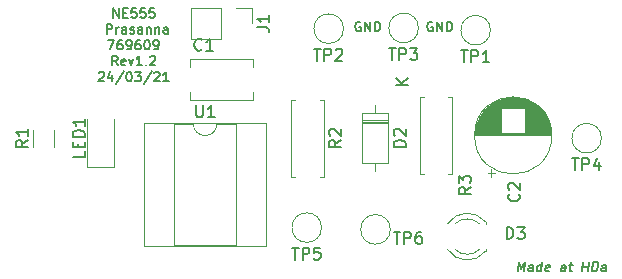
<source format=gbr>
%TF.GenerationSoftware,KiCad,Pcbnew,5.1.9-73d0e3b20d~88~ubuntu20.04.1*%
%TF.CreationDate,2021-03-24T21:29:24+01:00*%
%TF.ProjectId,10_KiCad_WCP,31305f4b-6943-4616-945f-5743502e6b69,rev?*%
%TF.SameCoordinates,Original*%
%TF.FileFunction,Legend,Top*%
%TF.FilePolarity,Positive*%
%FSLAX46Y46*%
G04 Gerber Fmt 4.6, Leading zero omitted, Abs format (unit mm)*
G04 Created by KiCad (PCBNEW 5.1.9-73d0e3b20d~88~ubuntu20.04.1) date 2021-03-24 21:29:24*
%MOMM*%
%LPD*%
G01*
G04 APERTURE LIST*
%ADD10C,0.150000*%
%ADD11C,0.120000*%
G04 APERTURE END LIST*
D10*
X91084476Y-42780000D02*
X91008285Y-42741904D01*
X90894000Y-42741904D01*
X90779714Y-42780000D01*
X90703523Y-42856190D01*
X90665428Y-42932380D01*
X90627333Y-43084761D01*
X90627333Y-43199047D01*
X90665428Y-43351428D01*
X90703523Y-43427619D01*
X90779714Y-43503809D01*
X90894000Y-43541904D01*
X90970190Y-43541904D01*
X91084476Y-43503809D01*
X91122571Y-43465714D01*
X91122571Y-43199047D01*
X90970190Y-43199047D01*
X91465428Y-43541904D02*
X91465428Y-42741904D01*
X91922571Y-43541904D01*
X91922571Y-42741904D01*
X92303523Y-43541904D02*
X92303523Y-42741904D01*
X92494000Y-42741904D01*
X92608285Y-42780000D01*
X92684476Y-42856190D01*
X92722571Y-42932380D01*
X92760666Y-43084761D01*
X92760666Y-43199047D01*
X92722571Y-43351428D01*
X92684476Y-43427619D01*
X92608285Y-43503809D01*
X92494000Y-43541904D01*
X92303523Y-43541904D01*
X97180476Y-42780000D02*
X97104285Y-42741904D01*
X96990000Y-42741904D01*
X96875714Y-42780000D01*
X96799523Y-42856190D01*
X96761428Y-42932380D01*
X96723333Y-43084761D01*
X96723333Y-43199047D01*
X96761428Y-43351428D01*
X96799523Y-43427619D01*
X96875714Y-43503809D01*
X96990000Y-43541904D01*
X97066190Y-43541904D01*
X97180476Y-43503809D01*
X97218571Y-43465714D01*
X97218571Y-43199047D01*
X97066190Y-43199047D01*
X97561428Y-43541904D02*
X97561428Y-42741904D01*
X98018571Y-43541904D01*
X98018571Y-42741904D01*
X98399523Y-43541904D02*
X98399523Y-42741904D01*
X98590000Y-42741904D01*
X98704285Y-42780000D01*
X98780476Y-42856190D01*
X98818571Y-42932380D01*
X98856666Y-43084761D01*
X98856666Y-43199047D01*
X98818571Y-43351428D01*
X98780476Y-43427619D01*
X98704285Y-43503809D01*
X98590000Y-43541904D01*
X98399523Y-43541904D01*
X104407288Y-63861904D02*
X104507288Y-63061904D01*
X104702526Y-63633333D01*
X105040622Y-63061904D01*
X104940622Y-63861904D01*
X105664431Y-63861904D02*
X105716812Y-63442857D01*
X105688241Y-63366666D01*
X105616812Y-63328571D01*
X105464431Y-63328571D01*
X105383479Y-63366666D01*
X105669193Y-63823809D02*
X105588241Y-63861904D01*
X105397764Y-63861904D01*
X105326336Y-63823809D01*
X105297764Y-63747619D01*
X105307288Y-63671428D01*
X105354907Y-63595238D01*
X105435860Y-63557142D01*
X105626336Y-63557142D01*
X105707288Y-63519047D01*
X106388241Y-63861904D02*
X106488241Y-63061904D01*
X106393002Y-63823809D02*
X106312050Y-63861904D01*
X106159669Y-63861904D01*
X106088241Y-63823809D01*
X106054907Y-63785714D01*
X106026336Y-63709523D01*
X106054907Y-63480952D01*
X106102526Y-63404761D01*
X106145383Y-63366666D01*
X106226336Y-63328571D01*
X106378717Y-63328571D01*
X106450145Y-63366666D01*
X107078717Y-63823809D02*
X106997764Y-63861904D01*
X106845383Y-63861904D01*
X106773955Y-63823809D01*
X106745383Y-63747619D01*
X106783479Y-63442857D01*
X106831098Y-63366666D01*
X106912050Y-63328571D01*
X107064431Y-63328571D01*
X107135860Y-63366666D01*
X107164431Y-63442857D01*
X107154907Y-63519047D01*
X106764431Y-63595238D01*
X108407288Y-63861904D02*
X108459669Y-63442857D01*
X108431098Y-63366666D01*
X108359669Y-63328571D01*
X108207288Y-63328571D01*
X108126336Y-63366666D01*
X108412050Y-63823809D02*
X108331098Y-63861904D01*
X108140622Y-63861904D01*
X108069193Y-63823809D01*
X108040622Y-63747619D01*
X108050145Y-63671428D01*
X108097764Y-63595238D01*
X108178717Y-63557142D01*
X108369193Y-63557142D01*
X108450145Y-63519047D01*
X108740622Y-63328571D02*
X109045383Y-63328571D01*
X108888241Y-63061904D02*
X108802526Y-63747619D01*
X108831098Y-63823809D01*
X108902526Y-63861904D01*
X108978717Y-63861904D01*
X109854907Y-63861904D02*
X109954907Y-63061904D01*
X109907288Y-63442857D02*
X110364431Y-63442857D01*
X110312050Y-63861904D02*
X110412050Y-63061904D01*
X110693002Y-63861904D02*
X110793002Y-63061904D01*
X110983479Y-63061904D01*
X111093002Y-63100000D01*
X111159669Y-63176190D01*
X111188241Y-63252380D01*
X111207288Y-63404761D01*
X111193002Y-63519047D01*
X111135860Y-63671428D01*
X111088241Y-63747619D01*
X111002526Y-63823809D01*
X110883479Y-63861904D01*
X110693002Y-63861904D01*
X111835860Y-63861904D02*
X111888241Y-63442857D01*
X111859669Y-63366666D01*
X111788241Y-63328571D01*
X111635860Y-63328571D01*
X111554907Y-63366666D01*
X111840622Y-63823809D02*
X111759669Y-63861904D01*
X111569193Y-63861904D01*
X111497764Y-63823809D01*
X111469193Y-63747619D01*
X111478717Y-63671428D01*
X111526336Y-63595238D01*
X111607288Y-63557142D01*
X111797764Y-63557142D01*
X111878717Y-63519047D01*
X70148666Y-42365904D02*
X70148666Y-41565904D01*
X70605809Y-42365904D01*
X70605809Y-41565904D01*
X70986761Y-41946857D02*
X71253428Y-41946857D01*
X71367714Y-42365904D02*
X70986761Y-42365904D01*
X70986761Y-41565904D01*
X71367714Y-41565904D01*
X72091523Y-41565904D02*
X71710571Y-41565904D01*
X71672476Y-41946857D01*
X71710571Y-41908761D01*
X71786761Y-41870666D01*
X71977238Y-41870666D01*
X72053428Y-41908761D01*
X72091523Y-41946857D01*
X72129619Y-42023047D01*
X72129619Y-42213523D01*
X72091523Y-42289714D01*
X72053428Y-42327809D01*
X71977238Y-42365904D01*
X71786761Y-42365904D01*
X71710571Y-42327809D01*
X71672476Y-42289714D01*
X72853428Y-41565904D02*
X72472476Y-41565904D01*
X72434380Y-41946857D01*
X72472476Y-41908761D01*
X72548666Y-41870666D01*
X72739142Y-41870666D01*
X72815333Y-41908761D01*
X72853428Y-41946857D01*
X72891523Y-42023047D01*
X72891523Y-42213523D01*
X72853428Y-42289714D01*
X72815333Y-42327809D01*
X72739142Y-42365904D01*
X72548666Y-42365904D01*
X72472476Y-42327809D01*
X72434380Y-42289714D01*
X73615333Y-41565904D02*
X73234380Y-41565904D01*
X73196285Y-41946857D01*
X73234380Y-41908761D01*
X73310571Y-41870666D01*
X73501047Y-41870666D01*
X73577238Y-41908761D01*
X73615333Y-41946857D01*
X73653428Y-42023047D01*
X73653428Y-42213523D01*
X73615333Y-42289714D01*
X73577238Y-42327809D01*
X73501047Y-42365904D01*
X73310571Y-42365904D01*
X73234380Y-42327809D01*
X73196285Y-42289714D01*
X69596285Y-43715904D02*
X69596285Y-42915904D01*
X69901047Y-42915904D01*
X69977238Y-42954000D01*
X70015333Y-42992095D01*
X70053428Y-43068285D01*
X70053428Y-43182571D01*
X70015333Y-43258761D01*
X69977238Y-43296857D01*
X69901047Y-43334952D01*
X69596285Y-43334952D01*
X70396285Y-43715904D02*
X70396285Y-43182571D01*
X70396285Y-43334952D02*
X70434380Y-43258761D01*
X70472476Y-43220666D01*
X70548666Y-43182571D01*
X70624857Y-43182571D01*
X71234380Y-43715904D02*
X71234380Y-43296857D01*
X71196285Y-43220666D01*
X71120095Y-43182571D01*
X70967714Y-43182571D01*
X70891523Y-43220666D01*
X71234380Y-43677809D02*
X71158190Y-43715904D01*
X70967714Y-43715904D01*
X70891523Y-43677809D01*
X70853428Y-43601619D01*
X70853428Y-43525428D01*
X70891523Y-43449238D01*
X70967714Y-43411142D01*
X71158190Y-43411142D01*
X71234380Y-43373047D01*
X71577238Y-43677809D02*
X71653428Y-43715904D01*
X71805809Y-43715904D01*
X71882000Y-43677809D01*
X71920095Y-43601619D01*
X71920095Y-43563523D01*
X71882000Y-43487333D01*
X71805809Y-43449238D01*
X71691523Y-43449238D01*
X71615333Y-43411142D01*
X71577238Y-43334952D01*
X71577238Y-43296857D01*
X71615333Y-43220666D01*
X71691523Y-43182571D01*
X71805809Y-43182571D01*
X71882000Y-43220666D01*
X72605809Y-43715904D02*
X72605809Y-43296857D01*
X72567714Y-43220666D01*
X72491523Y-43182571D01*
X72339142Y-43182571D01*
X72262952Y-43220666D01*
X72605809Y-43677809D02*
X72529619Y-43715904D01*
X72339142Y-43715904D01*
X72262952Y-43677809D01*
X72224857Y-43601619D01*
X72224857Y-43525428D01*
X72262952Y-43449238D01*
X72339142Y-43411142D01*
X72529619Y-43411142D01*
X72605809Y-43373047D01*
X72986761Y-43182571D02*
X72986761Y-43715904D01*
X72986761Y-43258761D02*
X73024857Y-43220666D01*
X73101047Y-43182571D01*
X73215333Y-43182571D01*
X73291523Y-43220666D01*
X73329619Y-43296857D01*
X73329619Y-43715904D01*
X73710571Y-43182571D02*
X73710571Y-43715904D01*
X73710571Y-43258761D02*
X73748666Y-43220666D01*
X73824857Y-43182571D01*
X73939142Y-43182571D01*
X74015333Y-43220666D01*
X74053428Y-43296857D01*
X74053428Y-43715904D01*
X74777238Y-43715904D02*
X74777238Y-43296857D01*
X74739142Y-43220666D01*
X74662952Y-43182571D01*
X74510571Y-43182571D01*
X74434380Y-43220666D01*
X74777238Y-43677809D02*
X74701047Y-43715904D01*
X74510571Y-43715904D01*
X74434380Y-43677809D01*
X74396285Y-43601619D01*
X74396285Y-43525428D01*
X74434380Y-43449238D01*
X74510571Y-43411142D01*
X74701047Y-43411142D01*
X74777238Y-43373047D01*
X69710571Y-44265904D02*
X70243904Y-44265904D01*
X69901047Y-45065904D01*
X70891523Y-44265904D02*
X70739142Y-44265904D01*
X70662952Y-44304000D01*
X70624857Y-44342095D01*
X70548666Y-44456380D01*
X70510571Y-44608761D01*
X70510571Y-44913523D01*
X70548666Y-44989714D01*
X70586761Y-45027809D01*
X70662952Y-45065904D01*
X70815333Y-45065904D01*
X70891523Y-45027809D01*
X70929619Y-44989714D01*
X70967714Y-44913523D01*
X70967714Y-44723047D01*
X70929619Y-44646857D01*
X70891523Y-44608761D01*
X70815333Y-44570666D01*
X70662952Y-44570666D01*
X70586761Y-44608761D01*
X70548666Y-44646857D01*
X70510571Y-44723047D01*
X71348666Y-45065904D02*
X71501047Y-45065904D01*
X71577238Y-45027809D01*
X71615333Y-44989714D01*
X71691523Y-44875428D01*
X71729619Y-44723047D01*
X71729619Y-44418285D01*
X71691523Y-44342095D01*
X71653428Y-44304000D01*
X71577238Y-44265904D01*
X71424857Y-44265904D01*
X71348666Y-44304000D01*
X71310571Y-44342095D01*
X71272476Y-44418285D01*
X71272476Y-44608761D01*
X71310571Y-44684952D01*
X71348666Y-44723047D01*
X71424857Y-44761142D01*
X71577238Y-44761142D01*
X71653428Y-44723047D01*
X71691523Y-44684952D01*
X71729619Y-44608761D01*
X72415333Y-44265904D02*
X72262952Y-44265904D01*
X72186761Y-44304000D01*
X72148666Y-44342095D01*
X72072476Y-44456380D01*
X72034380Y-44608761D01*
X72034380Y-44913523D01*
X72072476Y-44989714D01*
X72110571Y-45027809D01*
X72186761Y-45065904D01*
X72339142Y-45065904D01*
X72415333Y-45027809D01*
X72453428Y-44989714D01*
X72491523Y-44913523D01*
X72491523Y-44723047D01*
X72453428Y-44646857D01*
X72415333Y-44608761D01*
X72339142Y-44570666D01*
X72186761Y-44570666D01*
X72110571Y-44608761D01*
X72072476Y-44646857D01*
X72034380Y-44723047D01*
X72986761Y-44265904D02*
X73062952Y-44265904D01*
X73139142Y-44304000D01*
X73177238Y-44342095D01*
X73215333Y-44418285D01*
X73253428Y-44570666D01*
X73253428Y-44761142D01*
X73215333Y-44913523D01*
X73177238Y-44989714D01*
X73139142Y-45027809D01*
X73062952Y-45065904D01*
X72986761Y-45065904D01*
X72910571Y-45027809D01*
X72872476Y-44989714D01*
X72834380Y-44913523D01*
X72796285Y-44761142D01*
X72796285Y-44570666D01*
X72834380Y-44418285D01*
X72872476Y-44342095D01*
X72910571Y-44304000D01*
X72986761Y-44265904D01*
X73634380Y-45065904D02*
X73786761Y-45065904D01*
X73862952Y-45027809D01*
X73901047Y-44989714D01*
X73977238Y-44875428D01*
X74015333Y-44723047D01*
X74015333Y-44418285D01*
X73977238Y-44342095D01*
X73939142Y-44304000D01*
X73862952Y-44265904D01*
X73710571Y-44265904D01*
X73634380Y-44304000D01*
X73596285Y-44342095D01*
X73558190Y-44418285D01*
X73558190Y-44608761D01*
X73596285Y-44684952D01*
X73634380Y-44723047D01*
X73710571Y-44761142D01*
X73862952Y-44761142D01*
X73939142Y-44723047D01*
X73977238Y-44684952D01*
X74015333Y-44608761D01*
X70529619Y-46415904D02*
X70262952Y-46034952D01*
X70072476Y-46415904D02*
X70072476Y-45615904D01*
X70377238Y-45615904D01*
X70453428Y-45654000D01*
X70491523Y-45692095D01*
X70529619Y-45768285D01*
X70529619Y-45882571D01*
X70491523Y-45958761D01*
X70453428Y-45996857D01*
X70377238Y-46034952D01*
X70072476Y-46034952D01*
X71177238Y-46377809D02*
X71101047Y-46415904D01*
X70948666Y-46415904D01*
X70872476Y-46377809D01*
X70834380Y-46301619D01*
X70834380Y-45996857D01*
X70872476Y-45920666D01*
X70948666Y-45882571D01*
X71101047Y-45882571D01*
X71177238Y-45920666D01*
X71215333Y-45996857D01*
X71215333Y-46073047D01*
X70834380Y-46149238D01*
X71482000Y-45882571D02*
X71672476Y-46415904D01*
X71862952Y-45882571D01*
X72586761Y-46415904D02*
X72129619Y-46415904D01*
X72358190Y-46415904D02*
X72358190Y-45615904D01*
X72282000Y-45730190D01*
X72205809Y-45806380D01*
X72129619Y-45844476D01*
X72929619Y-46339714D02*
X72967714Y-46377809D01*
X72929619Y-46415904D01*
X72891523Y-46377809D01*
X72929619Y-46339714D01*
X72929619Y-46415904D01*
X73272476Y-45692095D02*
X73310571Y-45654000D01*
X73386761Y-45615904D01*
X73577238Y-45615904D01*
X73653428Y-45654000D01*
X73691523Y-45692095D01*
X73729619Y-45768285D01*
X73729619Y-45844476D01*
X73691523Y-45958761D01*
X73234380Y-46415904D01*
X73729619Y-46415904D01*
X68910571Y-47042095D02*
X68948666Y-47004000D01*
X69024857Y-46965904D01*
X69215333Y-46965904D01*
X69291523Y-47004000D01*
X69329619Y-47042095D01*
X69367714Y-47118285D01*
X69367714Y-47194476D01*
X69329619Y-47308761D01*
X68872476Y-47765904D01*
X69367714Y-47765904D01*
X70053428Y-47232571D02*
X70053428Y-47765904D01*
X69862952Y-46927809D02*
X69672476Y-47499238D01*
X70167714Y-47499238D01*
X71043904Y-46927809D02*
X70358190Y-47956380D01*
X71462952Y-46965904D02*
X71539142Y-46965904D01*
X71615333Y-47004000D01*
X71653428Y-47042095D01*
X71691523Y-47118285D01*
X71729619Y-47270666D01*
X71729619Y-47461142D01*
X71691523Y-47613523D01*
X71653428Y-47689714D01*
X71615333Y-47727809D01*
X71539142Y-47765904D01*
X71462952Y-47765904D01*
X71386761Y-47727809D01*
X71348666Y-47689714D01*
X71310571Y-47613523D01*
X71272476Y-47461142D01*
X71272476Y-47270666D01*
X71310571Y-47118285D01*
X71348666Y-47042095D01*
X71386761Y-47004000D01*
X71462952Y-46965904D01*
X71996285Y-46965904D02*
X72491523Y-46965904D01*
X72224857Y-47270666D01*
X72339142Y-47270666D01*
X72415333Y-47308761D01*
X72453428Y-47346857D01*
X72491523Y-47423047D01*
X72491523Y-47613523D01*
X72453428Y-47689714D01*
X72415333Y-47727809D01*
X72339142Y-47765904D01*
X72110571Y-47765904D01*
X72034380Y-47727809D01*
X71996285Y-47689714D01*
X73405809Y-46927809D02*
X72720095Y-47956380D01*
X73634380Y-47042095D02*
X73672476Y-47004000D01*
X73748666Y-46965904D01*
X73939142Y-46965904D01*
X74015333Y-47004000D01*
X74053428Y-47042095D01*
X74091523Y-47118285D01*
X74091523Y-47194476D01*
X74053428Y-47308761D01*
X73596285Y-47765904D01*
X74091523Y-47765904D01*
X74853428Y-47765904D02*
X74396285Y-47765904D01*
X74624857Y-47765904D02*
X74624857Y-46965904D01*
X74548666Y-47080190D01*
X74472476Y-47156380D01*
X74396285Y-47194476D01*
D11*
%TO.C,R2*%
X85244000Y-55848000D02*
X85574000Y-55848000D01*
X85244000Y-49308000D02*
X85244000Y-55848000D01*
X85574000Y-49308000D02*
X85244000Y-49308000D01*
X87984000Y-55848000D02*
X87654000Y-55848000D01*
X87984000Y-49308000D02*
X87984000Y-55848000D01*
X87654000Y-49308000D02*
X87984000Y-49308000D01*
%TO.C,TP6*%
X93605400Y-60299600D02*
G75*
G03*
X93605400Y-60299600I-1251000J0D01*
G01*
%TO.C,TP5*%
X87788800Y-60147200D02*
G75*
G03*
X87788800Y-60147200I-1251000J0D01*
G01*
%TO.C,TP4*%
X111487000Y-52578000D02*
G75*
G03*
X111487000Y-52578000I-1251000J0D01*
G01*
%TO.C,TP3*%
X95993000Y-43243500D02*
G75*
G03*
X95993000Y-43243500I-1251000J0D01*
G01*
%TO.C,TP2*%
X89643000Y-43307000D02*
G75*
G03*
X89643000Y-43307000I-1251000J0D01*
G01*
%TO.C,TP1*%
X102089000Y-43434000D02*
G75*
G03*
X102089000Y-43434000I-1251000J0D01*
G01*
%TO.C,R1*%
X65172000Y-53305064D02*
X65172000Y-51850936D01*
X63352000Y-53305064D02*
X63352000Y-51850936D01*
%TO.C,D3*%
X101686800Y-59829200D02*
X101686800Y-59673200D01*
X101686800Y-62145200D02*
X101686800Y-61989200D01*
X99085670Y-59829363D02*
G75*
G02*
X101167761Y-59829200I1041130J-1079837D01*
G01*
X99085670Y-61989037D02*
G75*
G03*
X101167761Y-61989200I1041130J1079837D01*
G01*
X98454465Y-59830592D02*
G75*
G02*
X101686800Y-59673684I1672335J-1078608D01*
G01*
X98454465Y-61987808D02*
G75*
G03*
X101686800Y-62144716I1672335J1078608D01*
G01*
%TO.C,R3*%
X98842500Y-49054000D02*
X98512500Y-49054000D01*
X98842500Y-55594000D02*
X98842500Y-49054000D01*
X98512500Y-55594000D02*
X98842500Y-55594000D01*
X96102500Y-49054000D02*
X96432500Y-49054000D01*
X96102500Y-55594000D02*
X96102500Y-49054000D01*
X96432500Y-55594000D02*
X96102500Y-55594000D01*
%TO.C,U1*%
X76927200Y-51349600D02*
X75277200Y-51349600D01*
X75277200Y-51349600D02*
X75277200Y-61629600D01*
X75277200Y-61629600D02*
X80577200Y-61629600D01*
X80577200Y-61629600D02*
X80577200Y-51349600D01*
X80577200Y-51349600D02*
X78927200Y-51349600D01*
X72787200Y-51289600D02*
X72787200Y-61689600D01*
X72787200Y-61689600D02*
X83067200Y-61689600D01*
X83067200Y-61689600D02*
X83067200Y-51289600D01*
X83067200Y-51289600D02*
X72787200Y-51289600D01*
X78927200Y-51349600D02*
G75*
G02*
X76927200Y-51349600I-1000000J0D01*
G01*
%TO.C,J1*%
X76698800Y-41519800D02*
X76698800Y-44179800D01*
X79298800Y-41519800D02*
X76698800Y-41519800D01*
X79298800Y-44179800D02*
X76698800Y-44179800D01*
X79298800Y-41519800D02*
X79298800Y-44179800D01*
X80568800Y-41519800D02*
X81898800Y-41519800D01*
X81898800Y-41519800D02*
X81898800Y-42849800D01*
%TO.C,D2*%
X93449000Y-50458000D02*
X91209000Y-50458000D01*
X91209000Y-50458000D02*
X91209000Y-54698000D01*
X91209000Y-54698000D02*
X93449000Y-54698000D01*
X93449000Y-54698000D02*
X93449000Y-50458000D01*
X92329000Y-49808000D02*
X92329000Y-50458000D01*
X92329000Y-55348000D02*
X92329000Y-54698000D01*
X93449000Y-51178000D02*
X91209000Y-51178000D01*
X93449000Y-51298000D02*
X91209000Y-51298000D01*
X93449000Y-51058000D02*
X91209000Y-51058000D01*
%TO.C,LED1*%
X67953000Y-50978000D02*
X67953000Y-55038000D01*
X67953000Y-55038000D02*
X70223000Y-55038000D01*
X70223000Y-55038000D02*
X70223000Y-50978000D01*
%TO.C,C2*%
X107283000Y-52344000D02*
G75*
G03*
X107283000Y-52344000I-3270000J0D01*
G01*
X100783000Y-52344000D02*
X107243000Y-52344000D01*
X100783000Y-52304000D02*
X107243000Y-52304000D01*
X100783000Y-52264000D02*
X107243000Y-52264000D01*
X100785000Y-52224000D02*
X107241000Y-52224000D01*
X100786000Y-52184000D02*
X107240000Y-52184000D01*
X100789000Y-52144000D02*
X107237000Y-52144000D01*
X100791000Y-52104000D02*
X102973000Y-52104000D01*
X105053000Y-52104000D02*
X107235000Y-52104000D01*
X100795000Y-52064000D02*
X102973000Y-52064000D01*
X105053000Y-52064000D02*
X107231000Y-52064000D01*
X100798000Y-52024000D02*
X102973000Y-52024000D01*
X105053000Y-52024000D02*
X107228000Y-52024000D01*
X100802000Y-51984000D02*
X102973000Y-51984000D01*
X105053000Y-51984000D02*
X107224000Y-51984000D01*
X100807000Y-51944000D02*
X102973000Y-51944000D01*
X105053000Y-51944000D02*
X107219000Y-51944000D01*
X100812000Y-51904000D02*
X102973000Y-51904000D01*
X105053000Y-51904000D02*
X107214000Y-51904000D01*
X100818000Y-51864000D02*
X102973000Y-51864000D01*
X105053000Y-51864000D02*
X107208000Y-51864000D01*
X100824000Y-51824000D02*
X102973000Y-51824000D01*
X105053000Y-51824000D02*
X107202000Y-51824000D01*
X100831000Y-51784000D02*
X102973000Y-51784000D01*
X105053000Y-51784000D02*
X107195000Y-51784000D01*
X100838000Y-51744000D02*
X102973000Y-51744000D01*
X105053000Y-51744000D02*
X107188000Y-51744000D01*
X100846000Y-51704000D02*
X102973000Y-51704000D01*
X105053000Y-51704000D02*
X107180000Y-51704000D01*
X100854000Y-51664000D02*
X102973000Y-51664000D01*
X105053000Y-51664000D02*
X107172000Y-51664000D01*
X100863000Y-51623000D02*
X102973000Y-51623000D01*
X105053000Y-51623000D02*
X107163000Y-51623000D01*
X100872000Y-51583000D02*
X102973000Y-51583000D01*
X105053000Y-51583000D02*
X107154000Y-51583000D01*
X100882000Y-51543000D02*
X102973000Y-51543000D01*
X105053000Y-51543000D02*
X107144000Y-51543000D01*
X100892000Y-51503000D02*
X102973000Y-51503000D01*
X105053000Y-51503000D02*
X107134000Y-51503000D01*
X100903000Y-51463000D02*
X102973000Y-51463000D01*
X105053000Y-51463000D02*
X107123000Y-51463000D01*
X100915000Y-51423000D02*
X102973000Y-51423000D01*
X105053000Y-51423000D02*
X107111000Y-51423000D01*
X100927000Y-51383000D02*
X102973000Y-51383000D01*
X105053000Y-51383000D02*
X107099000Y-51383000D01*
X100939000Y-51343000D02*
X102973000Y-51343000D01*
X105053000Y-51343000D02*
X107087000Y-51343000D01*
X100952000Y-51303000D02*
X102973000Y-51303000D01*
X105053000Y-51303000D02*
X107074000Y-51303000D01*
X100966000Y-51263000D02*
X102973000Y-51263000D01*
X105053000Y-51263000D02*
X107060000Y-51263000D01*
X100980000Y-51223000D02*
X102973000Y-51223000D01*
X105053000Y-51223000D02*
X107046000Y-51223000D01*
X100995000Y-51183000D02*
X102973000Y-51183000D01*
X105053000Y-51183000D02*
X107031000Y-51183000D01*
X101011000Y-51143000D02*
X102973000Y-51143000D01*
X105053000Y-51143000D02*
X107015000Y-51143000D01*
X101027000Y-51103000D02*
X102973000Y-51103000D01*
X105053000Y-51103000D02*
X106999000Y-51103000D01*
X101043000Y-51063000D02*
X102973000Y-51063000D01*
X105053000Y-51063000D02*
X106983000Y-51063000D01*
X101061000Y-51023000D02*
X102973000Y-51023000D01*
X105053000Y-51023000D02*
X106965000Y-51023000D01*
X101079000Y-50983000D02*
X102973000Y-50983000D01*
X105053000Y-50983000D02*
X106947000Y-50983000D01*
X101097000Y-50943000D02*
X102973000Y-50943000D01*
X105053000Y-50943000D02*
X106929000Y-50943000D01*
X101117000Y-50903000D02*
X102973000Y-50903000D01*
X105053000Y-50903000D02*
X106909000Y-50903000D01*
X101137000Y-50863000D02*
X102973000Y-50863000D01*
X105053000Y-50863000D02*
X106889000Y-50863000D01*
X101157000Y-50823000D02*
X102973000Y-50823000D01*
X105053000Y-50823000D02*
X106869000Y-50823000D01*
X101179000Y-50783000D02*
X102973000Y-50783000D01*
X105053000Y-50783000D02*
X106847000Y-50783000D01*
X101201000Y-50743000D02*
X102973000Y-50743000D01*
X105053000Y-50743000D02*
X106825000Y-50743000D01*
X101223000Y-50703000D02*
X102973000Y-50703000D01*
X105053000Y-50703000D02*
X106803000Y-50703000D01*
X101247000Y-50663000D02*
X102973000Y-50663000D01*
X105053000Y-50663000D02*
X106779000Y-50663000D01*
X101271000Y-50623000D02*
X102973000Y-50623000D01*
X105053000Y-50623000D02*
X106755000Y-50623000D01*
X101297000Y-50583000D02*
X102973000Y-50583000D01*
X105053000Y-50583000D02*
X106729000Y-50583000D01*
X101323000Y-50543000D02*
X102973000Y-50543000D01*
X105053000Y-50543000D02*
X106703000Y-50543000D01*
X101349000Y-50503000D02*
X102973000Y-50503000D01*
X105053000Y-50503000D02*
X106677000Y-50503000D01*
X101377000Y-50463000D02*
X102973000Y-50463000D01*
X105053000Y-50463000D02*
X106649000Y-50463000D01*
X101406000Y-50423000D02*
X102973000Y-50423000D01*
X105053000Y-50423000D02*
X106620000Y-50423000D01*
X101435000Y-50383000D02*
X102973000Y-50383000D01*
X105053000Y-50383000D02*
X106591000Y-50383000D01*
X101465000Y-50343000D02*
X102973000Y-50343000D01*
X105053000Y-50343000D02*
X106561000Y-50343000D01*
X101497000Y-50303000D02*
X102973000Y-50303000D01*
X105053000Y-50303000D02*
X106529000Y-50303000D01*
X101529000Y-50263000D02*
X102973000Y-50263000D01*
X105053000Y-50263000D02*
X106497000Y-50263000D01*
X101563000Y-50223000D02*
X102973000Y-50223000D01*
X105053000Y-50223000D02*
X106463000Y-50223000D01*
X101597000Y-50183000D02*
X102973000Y-50183000D01*
X105053000Y-50183000D02*
X106429000Y-50183000D01*
X101633000Y-50143000D02*
X102973000Y-50143000D01*
X105053000Y-50143000D02*
X106393000Y-50143000D01*
X101670000Y-50103000D02*
X102973000Y-50103000D01*
X105053000Y-50103000D02*
X106356000Y-50103000D01*
X101708000Y-50063000D02*
X102973000Y-50063000D01*
X105053000Y-50063000D02*
X106318000Y-50063000D01*
X101748000Y-50023000D02*
X106278000Y-50023000D01*
X101789000Y-49983000D02*
X106237000Y-49983000D01*
X101831000Y-49943000D02*
X106195000Y-49943000D01*
X101876000Y-49903000D02*
X106150000Y-49903000D01*
X101921000Y-49863000D02*
X106105000Y-49863000D01*
X101969000Y-49823000D02*
X106057000Y-49823000D01*
X102018000Y-49783000D02*
X106008000Y-49783000D01*
X102069000Y-49743000D02*
X105957000Y-49743000D01*
X102123000Y-49703000D02*
X105903000Y-49703000D01*
X102179000Y-49663000D02*
X105847000Y-49663000D01*
X102237000Y-49623000D02*
X105789000Y-49623000D01*
X102299000Y-49583000D02*
X105727000Y-49583000D01*
X102363000Y-49543000D02*
X105663000Y-49543000D01*
X102432000Y-49503000D02*
X105594000Y-49503000D01*
X102504000Y-49463000D02*
X105522000Y-49463000D01*
X102581000Y-49423000D02*
X105445000Y-49423000D01*
X102663000Y-49383000D02*
X105363000Y-49383000D01*
X102751000Y-49343000D02*
X105275000Y-49343000D01*
X102848000Y-49303000D02*
X105178000Y-49303000D01*
X102954000Y-49263000D02*
X105072000Y-49263000D01*
X103073000Y-49223000D02*
X104953000Y-49223000D01*
X103211000Y-49183000D02*
X104815000Y-49183000D01*
X103380000Y-49143000D02*
X104646000Y-49143000D01*
X103611000Y-49103000D02*
X104415000Y-49103000D01*
X102174000Y-55844241D02*
X102174000Y-55214241D01*
X101859000Y-55529241D02*
X102489000Y-55529241D01*
%TO.C,C1*%
X81983400Y-49346000D02*
X76643400Y-49346000D01*
X81983400Y-45904000D02*
X76643400Y-45904000D01*
X81983400Y-49346000D02*
X81983400Y-48680000D01*
X81983400Y-46570000D02*
X81983400Y-45904000D01*
X76643400Y-49346000D02*
X76643400Y-48680000D01*
X76643400Y-46570000D02*
X76643400Y-45904000D01*
%TO.C,R2*%
D10*
X89436380Y-52744666D02*
X88960190Y-53078000D01*
X89436380Y-53316095D02*
X88436380Y-53316095D01*
X88436380Y-52935142D01*
X88484000Y-52839904D01*
X88531619Y-52792285D01*
X88626857Y-52744666D01*
X88769714Y-52744666D01*
X88864952Y-52792285D01*
X88912571Y-52839904D01*
X88960190Y-52935142D01*
X88960190Y-53316095D01*
X88531619Y-52363714D02*
X88484000Y-52316095D01*
X88436380Y-52220857D01*
X88436380Y-51982761D01*
X88484000Y-51887523D01*
X88531619Y-51839904D01*
X88626857Y-51792285D01*
X88722095Y-51792285D01*
X88864952Y-51839904D01*
X89436380Y-52411333D01*
X89436380Y-51792285D01*
%TO.C,TP6*%
X93886495Y-60513980D02*
X94457923Y-60513980D01*
X94172209Y-61513980D02*
X94172209Y-60513980D01*
X94791257Y-61513980D02*
X94791257Y-60513980D01*
X95172209Y-60513980D01*
X95267447Y-60561600D01*
X95315066Y-60609219D01*
X95362685Y-60704457D01*
X95362685Y-60847314D01*
X95315066Y-60942552D01*
X95267447Y-60990171D01*
X95172209Y-61037790D01*
X94791257Y-61037790D01*
X96219828Y-60513980D02*
X96029352Y-60513980D01*
X95934114Y-60561600D01*
X95886495Y-60609219D01*
X95791257Y-60752076D01*
X95743638Y-60942552D01*
X95743638Y-61323504D01*
X95791257Y-61418742D01*
X95838876Y-61466361D01*
X95934114Y-61513980D01*
X96124590Y-61513980D01*
X96219828Y-61466361D01*
X96267447Y-61418742D01*
X96315066Y-61323504D01*
X96315066Y-61085409D01*
X96267447Y-60990171D01*
X96219828Y-60942552D01*
X96124590Y-60894933D01*
X95934114Y-60894933D01*
X95838876Y-60942552D01*
X95791257Y-60990171D01*
X95743638Y-61085409D01*
%TO.C,TP5*%
X85275895Y-61849580D02*
X85847323Y-61849580D01*
X85561609Y-62849580D02*
X85561609Y-61849580D01*
X86180657Y-62849580D02*
X86180657Y-61849580D01*
X86561609Y-61849580D01*
X86656847Y-61897200D01*
X86704466Y-61944819D01*
X86752085Y-62040057D01*
X86752085Y-62182914D01*
X86704466Y-62278152D01*
X86656847Y-62325771D01*
X86561609Y-62373390D01*
X86180657Y-62373390D01*
X87656847Y-61849580D02*
X87180657Y-61849580D01*
X87133038Y-62325771D01*
X87180657Y-62278152D01*
X87275895Y-62230533D01*
X87513990Y-62230533D01*
X87609228Y-62278152D01*
X87656847Y-62325771D01*
X87704466Y-62421009D01*
X87704466Y-62659104D01*
X87656847Y-62754342D01*
X87609228Y-62801961D01*
X87513990Y-62849580D01*
X87275895Y-62849580D01*
X87180657Y-62801961D01*
X87133038Y-62754342D01*
%TO.C,TP4*%
X108974095Y-54280380D02*
X109545523Y-54280380D01*
X109259809Y-55280380D02*
X109259809Y-54280380D01*
X109878857Y-55280380D02*
X109878857Y-54280380D01*
X110259809Y-54280380D01*
X110355047Y-54328000D01*
X110402666Y-54375619D01*
X110450285Y-54470857D01*
X110450285Y-54613714D01*
X110402666Y-54708952D01*
X110355047Y-54756571D01*
X110259809Y-54804190D01*
X109878857Y-54804190D01*
X111307428Y-54613714D02*
X111307428Y-55280380D01*
X111069333Y-54232761D02*
X110831238Y-54947047D01*
X111450285Y-54947047D01*
%TO.C,TP3*%
X93480095Y-44945880D02*
X94051523Y-44945880D01*
X93765809Y-45945880D02*
X93765809Y-44945880D01*
X94384857Y-45945880D02*
X94384857Y-44945880D01*
X94765809Y-44945880D01*
X94861047Y-44993500D01*
X94908666Y-45041119D01*
X94956285Y-45136357D01*
X94956285Y-45279214D01*
X94908666Y-45374452D01*
X94861047Y-45422071D01*
X94765809Y-45469690D01*
X94384857Y-45469690D01*
X95289619Y-44945880D02*
X95908666Y-44945880D01*
X95575333Y-45326833D01*
X95718190Y-45326833D01*
X95813428Y-45374452D01*
X95861047Y-45422071D01*
X95908666Y-45517309D01*
X95908666Y-45755404D01*
X95861047Y-45850642D01*
X95813428Y-45898261D01*
X95718190Y-45945880D01*
X95432476Y-45945880D01*
X95337238Y-45898261D01*
X95289619Y-45850642D01*
%TO.C,TP2*%
X87130095Y-45009380D02*
X87701523Y-45009380D01*
X87415809Y-46009380D02*
X87415809Y-45009380D01*
X88034857Y-46009380D02*
X88034857Y-45009380D01*
X88415809Y-45009380D01*
X88511047Y-45057000D01*
X88558666Y-45104619D01*
X88606285Y-45199857D01*
X88606285Y-45342714D01*
X88558666Y-45437952D01*
X88511047Y-45485571D01*
X88415809Y-45533190D01*
X88034857Y-45533190D01*
X88987238Y-45104619D02*
X89034857Y-45057000D01*
X89130095Y-45009380D01*
X89368190Y-45009380D01*
X89463428Y-45057000D01*
X89511047Y-45104619D01*
X89558666Y-45199857D01*
X89558666Y-45295095D01*
X89511047Y-45437952D01*
X88939619Y-46009380D01*
X89558666Y-46009380D01*
%TO.C,TP1*%
X99576095Y-45136380D02*
X100147523Y-45136380D01*
X99861809Y-46136380D02*
X99861809Y-45136380D01*
X100480857Y-46136380D02*
X100480857Y-45136380D01*
X100861809Y-45136380D01*
X100957047Y-45184000D01*
X101004666Y-45231619D01*
X101052285Y-45326857D01*
X101052285Y-45469714D01*
X101004666Y-45564952D01*
X100957047Y-45612571D01*
X100861809Y-45660190D01*
X100480857Y-45660190D01*
X102004666Y-46136380D02*
X101433238Y-46136380D01*
X101718952Y-46136380D02*
X101718952Y-45136380D01*
X101623714Y-45279238D01*
X101528476Y-45374476D01*
X101433238Y-45422095D01*
%TO.C,R1*%
X62894380Y-52744666D02*
X62418190Y-53078000D01*
X62894380Y-53316095D02*
X61894380Y-53316095D01*
X61894380Y-52935142D01*
X61942000Y-52839904D01*
X61989619Y-52792285D01*
X62084857Y-52744666D01*
X62227714Y-52744666D01*
X62322952Y-52792285D01*
X62370571Y-52839904D01*
X62418190Y-52935142D01*
X62418190Y-53316095D01*
X62894380Y-51792285D02*
X62894380Y-52363714D01*
X62894380Y-52078000D02*
X61894380Y-52078000D01*
X62037238Y-52173238D01*
X62132476Y-52268476D01*
X62180095Y-52363714D01*
%TO.C,D3*%
X103452704Y-61107580D02*
X103452704Y-60107580D01*
X103690800Y-60107580D01*
X103833657Y-60155200D01*
X103928895Y-60250438D01*
X103976514Y-60345676D01*
X104024133Y-60536152D01*
X104024133Y-60679009D01*
X103976514Y-60869485D01*
X103928895Y-60964723D01*
X103833657Y-61059961D01*
X103690800Y-61107580D01*
X103452704Y-61107580D01*
X104357466Y-60107580D02*
X104976514Y-60107580D01*
X104643180Y-60488533D01*
X104786038Y-60488533D01*
X104881276Y-60536152D01*
X104928895Y-60583771D01*
X104976514Y-60679009D01*
X104976514Y-60917104D01*
X104928895Y-61012342D01*
X104881276Y-61059961D01*
X104786038Y-61107580D01*
X104500323Y-61107580D01*
X104405085Y-61059961D01*
X104357466Y-61012342D01*
%TO.C,R3*%
X100426780Y-56707066D02*
X99950590Y-57040400D01*
X100426780Y-57278495D02*
X99426780Y-57278495D01*
X99426780Y-56897542D01*
X99474400Y-56802304D01*
X99522019Y-56754685D01*
X99617257Y-56707066D01*
X99760114Y-56707066D01*
X99855352Y-56754685D01*
X99902971Y-56802304D01*
X99950590Y-56897542D01*
X99950590Y-57278495D01*
X99426780Y-56373733D02*
X99426780Y-55754685D01*
X99807733Y-56088019D01*
X99807733Y-55945161D01*
X99855352Y-55849923D01*
X99902971Y-55802304D01*
X99998209Y-55754685D01*
X100236304Y-55754685D01*
X100331542Y-55802304D01*
X100379161Y-55849923D01*
X100426780Y-55945161D01*
X100426780Y-56230876D01*
X100379161Y-56326114D01*
X100331542Y-56373733D01*
%TO.C,U1*%
X77165295Y-49801980D02*
X77165295Y-50611504D01*
X77212914Y-50706742D01*
X77260533Y-50754361D01*
X77355771Y-50801980D01*
X77546247Y-50801980D01*
X77641485Y-50754361D01*
X77689104Y-50706742D01*
X77736723Y-50611504D01*
X77736723Y-49801980D01*
X78736723Y-50801980D02*
X78165295Y-50801980D01*
X78451009Y-50801980D02*
X78451009Y-49801980D01*
X78355771Y-49944838D01*
X78260533Y-50040076D01*
X78165295Y-50087695D01*
%TO.C,J1*%
X82351180Y-43183133D02*
X83065466Y-43183133D01*
X83208323Y-43230752D01*
X83303561Y-43325990D01*
X83351180Y-43468847D01*
X83351180Y-43564085D01*
X83351180Y-42183133D02*
X83351180Y-42754561D01*
X83351180Y-42468847D02*
X82351180Y-42468847D01*
X82494038Y-42564085D01*
X82589276Y-42659323D01*
X82636895Y-42754561D01*
%TO.C,D2*%
X94901380Y-53316095D02*
X93901380Y-53316095D01*
X93901380Y-53078000D01*
X93949000Y-52935142D01*
X94044238Y-52839904D01*
X94139476Y-52792285D01*
X94329952Y-52744666D01*
X94472809Y-52744666D01*
X94663285Y-52792285D01*
X94758523Y-52839904D01*
X94853761Y-52935142D01*
X94901380Y-53078000D01*
X94901380Y-53316095D01*
X93996619Y-52363714D02*
X93949000Y-52316095D01*
X93901380Y-52220857D01*
X93901380Y-51982761D01*
X93949000Y-51887523D01*
X93996619Y-51839904D01*
X94091857Y-51792285D01*
X94187095Y-51792285D01*
X94329952Y-51839904D01*
X94901380Y-52411333D01*
X94901380Y-51792285D01*
X95130880Y-48077404D02*
X94130880Y-48077404D01*
X95130880Y-47505976D02*
X94559452Y-47934547D01*
X94130880Y-47505976D02*
X94702309Y-48077404D01*
%TO.C,LED1*%
X67720380Y-53697047D02*
X67720380Y-54173238D01*
X66720380Y-54173238D01*
X67196571Y-53363714D02*
X67196571Y-53030380D01*
X67720380Y-52887523D02*
X67720380Y-53363714D01*
X66720380Y-53363714D01*
X66720380Y-52887523D01*
X67720380Y-52458952D02*
X66720380Y-52458952D01*
X66720380Y-52220857D01*
X66768000Y-52078000D01*
X66863238Y-51982761D01*
X66958476Y-51935142D01*
X67148952Y-51887523D01*
X67291809Y-51887523D01*
X67482285Y-51935142D01*
X67577523Y-51982761D01*
X67672761Y-52078000D01*
X67720380Y-52220857D01*
X67720380Y-52458952D01*
X67720380Y-50935142D02*
X67720380Y-51506571D01*
X67720380Y-51220857D02*
X66720380Y-51220857D01*
X66863238Y-51316095D01*
X66958476Y-51411333D01*
X67006095Y-51506571D01*
%TO.C,C2*%
X104497142Y-57316666D02*
X104544761Y-57364285D01*
X104592380Y-57507142D01*
X104592380Y-57602380D01*
X104544761Y-57745238D01*
X104449523Y-57840476D01*
X104354285Y-57888095D01*
X104163809Y-57935714D01*
X104020952Y-57935714D01*
X103830476Y-57888095D01*
X103735238Y-57840476D01*
X103640000Y-57745238D01*
X103592380Y-57602380D01*
X103592380Y-57507142D01*
X103640000Y-57364285D01*
X103687619Y-57316666D01*
X103687619Y-56935714D02*
X103640000Y-56888095D01*
X103592380Y-56792857D01*
X103592380Y-56554761D01*
X103640000Y-56459523D01*
X103687619Y-56411904D01*
X103782857Y-56364285D01*
X103878095Y-56364285D01*
X104020952Y-56411904D01*
X104592380Y-56983333D01*
X104592380Y-56364285D01*
%TO.C,C1*%
X77646233Y-45061142D02*
X77598614Y-45108761D01*
X77455757Y-45156380D01*
X77360519Y-45156380D01*
X77217661Y-45108761D01*
X77122423Y-45013523D01*
X77074804Y-44918285D01*
X77027185Y-44727809D01*
X77027185Y-44584952D01*
X77074804Y-44394476D01*
X77122423Y-44299238D01*
X77217661Y-44204000D01*
X77360519Y-44156380D01*
X77455757Y-44156380D01*
X77598614Y-44204000D01*
X77646233Y-44251619D01*
X78598614Y-45156380D02*
X78027185Y-45156380D01*
X78312900Y-45156380D02*
X78312900Y-44156380D01*
X78217661Y-44299238D01*
X78122423Y-44394476D01*
X78027185Y-44442095D01*
%TD*%
M02*

</source>
